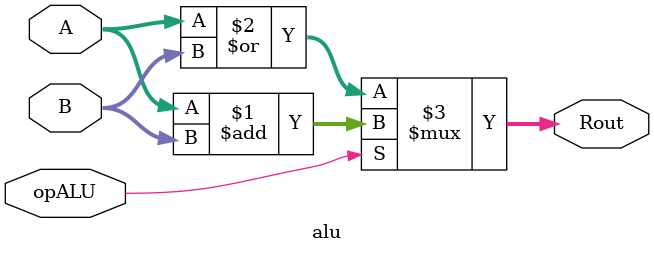
<source format=v>
module alu(
input [15:0] A, B,
input opALU,
output wire [15:0] Rout);

assign Rout = opALU ? A+B : A|B;

endmodule

</source>
